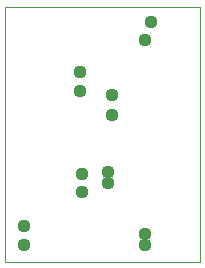
<source format=gbs>
G75*
%MOIN*%
%OFA0B0*%
%FSLAX24Y24*%
%IPPOS*%
%LPD*%
%AMOC8*
5,1,8,0,0,1.08239X$1,22.5*
%
%ADD10C,0.0000*%
%ADD11C,0.0437*%
D10*
X002392Y002517D02*
X002392Y011017D01*
X008892Y011017D01*
X008892Y002517D01*
X002392Y002517D01*
D11*
X003017Y003079D03*
X003017Y003704D03*
X004954Y004829D03*
X004954Y005454D03*
X005829Y005517D03*
X005829Y005142D03*
X007079Y003454D03*
X007079Y003079D03*
X005954Y007392D03*
X005954Y008079D03*
X004892Y008204D03*
X004892Y008829D03*
X007079Y009892D03*
X007267Y010517D03*
M02*

</source>
